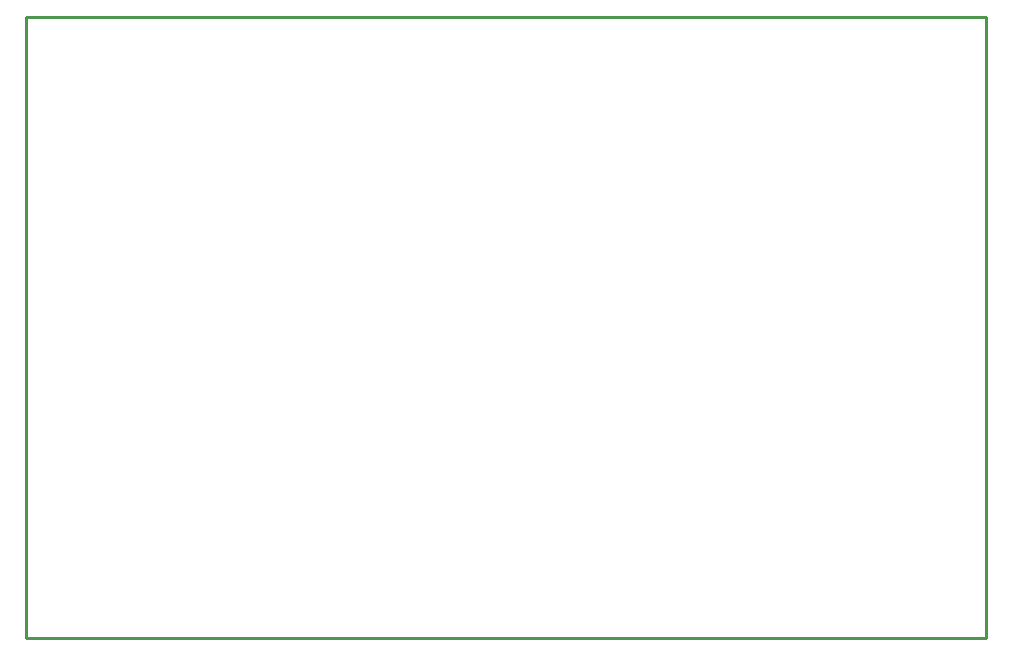
<source format=gm1>
G04*
G04 #@! TF.GenerationSoftware,Altium Limited,Altium Designer,20.0.12 (288)*
G04*
G04 Layer_Color=16711935*
%FSLAX25Y25*%
%MOIN*%
G70*
G01*
G75*
%ADD12C,0.01000*%
D12*
X984Y984D02*
X321260D01*
X321260Y207972D02*
X321260Y984D01*
X984Y207972D02*
X321260D01*
X984D02*
X984Y984D01*
M02*

</source>
